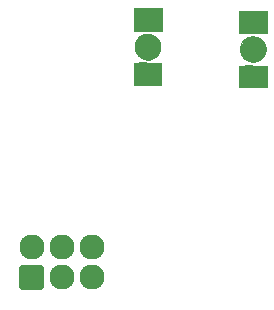
<source format=gbr>
%TF.GenerationSoftware,KiCad,Pcbnew,(5.1.10)-1*%
%TF.CreationDate,2021-09-01T23:06:20-05:00*%
%TF.ProjectId,Bsides-KC-2021-SAO-Village,42736964-6573-42d4-9b43-2d323032312d,rev?*%
%TF.SameCoordinates,Original*%
%TF.FileFunction,Soldermask,Bot*%
%TF.FilePolarity,Negative*%
%FSLAX46Y46*%
G04 Gerber Fmt 4.6, Leading zero omitted, Abs format (unit mm)*
G04 Created by KiCad (PCBNEW (5.1.10)-1) date 2021-09-01 23:06:20*
%MOMM*%
%LPD*%
G01*
G04 APERTURE LIST*
%ADD10C,0.100000*%
%ADD11C,0.120000*%
%ADD12R,0.700000X0.500000*%
%ADD13C,2.127200*%
%ADD14O,2.127200X2.127200*%
G04 APERTURE END LIST*
D10*
%TO.C,D2*%
G36*
X111392940Y-70858380D02*
G01*
X111392940Y-72763380D01*
X113780540Y-72788780D01*
X113780540Y-70858380D01*
X111392940Y-70858380D01*
G37*
X111392940Y-70858380D02*
X111392940Y-72763380D01*
X113780540Y-72788780D01*
X113780540Y-70858380D01*
X111392940Y-70858380D01*
G36*
X111392940Y-75506580D02*
G01*
X111392940Y-77360780D01*
X113729740Y-77360780D01*
X113729740Y-75506580D01*
X111392940Y-75506580D01*
G37*
X111392940Y-75506580D02*
X111392940Y-77360780D01*
X113729740Y-77360780D01*
X113729740Y-75506580D01*
X111392940Y-75506580D01*
D11*
X113638971Y-74134980D02*
G75*
G03*
X113638971Y-74134980I-1077631J0D01*
G01*
D10*
G36*
X113577340Y-73753980D02*
G01*
X113450340Y-73499980D01*
X113196340Y-73245980D01*
X112942340Y-73118980D01*
X112561340Y-73057350D01*
X112180340Y-73118980D01*
X111799340Y-73372980D01*
X111672340Y-73626980D01*
X111483710Y-74134980D01*
X111545340Y-74515980D01*
X111799340Y-74896980D01*
X112180340Y-75150980D01*
X112561340Y-75212610D01*
X112942340Y-75150980D01*
X113323340Y-74896980D01*
X113577340Y-74515980D01*
X113638970Y-74134980D01*
X113577340Y-73753980D01*
G37*
X113577340Y-73753980D02*
X113450340Y-73499980D01*
X113196340Y-73245980D01*
X112942340Y-73118980D01*
X112561340Y-73057350D01*
X112180340Y-73118980D01*
X111799340Y-73372980D01*
X111672340Y-73626980D01*
X111483710Y-74134980D01*
X111545340Y-74515980D01*
X111799340Y-74896980D01*
X112180340Y-75150980D01*
X112561340Y-75212610D01*
X112942340Y-75150980D01*
X113323340Y-74896980D01*
X113577340Y-74515980D01*
X113638970Y-74134980D01*
X113577340Y-73753980D01*
%TO.C,D1*%
G36*
X102471220Y-70657720D02*
G01*
X102471220Y-72562720D01*
X104858820Y-72588120D01*
X104858820Y-70657720D01*
X102471220Y-70657720D01*
G37*
X102471220Y-70657720D02*
X102471220Y-72562720D01*
X104858820Y-72588120D01*
X104858820Y-70657720D01*
X102471220Y-70657720D01*
G36*
X102471220Y-75305920D02*
G01*
X102471220Y-77160120D01*
X104808020Y-77160120D01*
X104808020Y-75305920D01*
X102471220Y-75305920D01*
G37*
X102471220Y-75305920D02*
X102471220Y-77160120D01*
X104808020Y-77160120D01*
X104808020Y-75305920D01*
X102471220Y-75305920D01*
D11*
X104717251Y-73934320D02*
G75*
G03*
X104717251Y-73934320I-1077631J0D01*
G01*
D10*
G36*
X104655620Y-73553320D02*
G01*
X104528620Y-73299320D01*
X104274620Y-73045320D01*
X104020620Y-72918320D01*
X103639620Y-72856690D01*
X103258620Y-72918320D01*
X102877620Y-73172320D01*
X102750620Y-73426320D01*
X102561990Y-73934320D01*
X102623620Y-74315320D01*
X102877620Y-74696320D01*
X103258620Y-74950320D01*
X103639620Y-75011950D01*
X104020620Y-74950320D01*
X104401620Y-74696320D01*
X104655620Y-74315320D01*
X104717250Y-73934320D01*
X104655620Y-73553320D01*
G37*
X104655620Y-73553320D02*
X104528620Y-73299320D01*
X104274620Y-73045320D01*
X104020620Y-72918320D01*
X103639620Y-72856690D01*
X103258620Y-72918320D01*
X102877620Y-73172320D01*
X102750620Y-73426320D01*
X102561990Y-73934320D01*
X102623620Y-74315320D01*
X102877620Y-74696320D01*
X103258620Y-74950320D01*
X103639620Y-75011950D01*
X104020620Y-74950320D01*
X104401620Y-74696320D01*
X104655620Y-74315320D01*
X104717250Y-73934320D01*
X104655620Y-73553320D01*
%TD*%
D12*
%TO.C,D2*%
X112936340Y-72584980D03*
X112186340Y-75684980D03*
%TD*%
%TO.C,D1*%
X104014620Y-72384320D03*
X103264620Y-75484320D03*
%TD*%
D13*
%TO.C,X1*%
X98896480Y-90913900D03*
X98896480Y-93453900D03*
D14*
X96356480Y-90913900D03*
X96356480Y-93453900D03*
X93816480Y-90913900D03*
G36*
G01*
X92952880Y-92390300D02*
X94680080Y-92390300D01*
G75*
G02*
X94880080Y-92590300I0J-200000D01*
G01*
X94880080Y-94317500D01*
G75*
G02*
X94680080Y-94517500I-200000J0D01*
G01*
X92952880Y-94517500D01*
G75*
G02*
X92752880Y-94317500I0J200000D01*
G01*
X92752880Y-92590300D01*
G75*
G02*
X92952880Y-92390300I200000J0D01*
G01*
G37*
%TD*%
M02*

</source>
